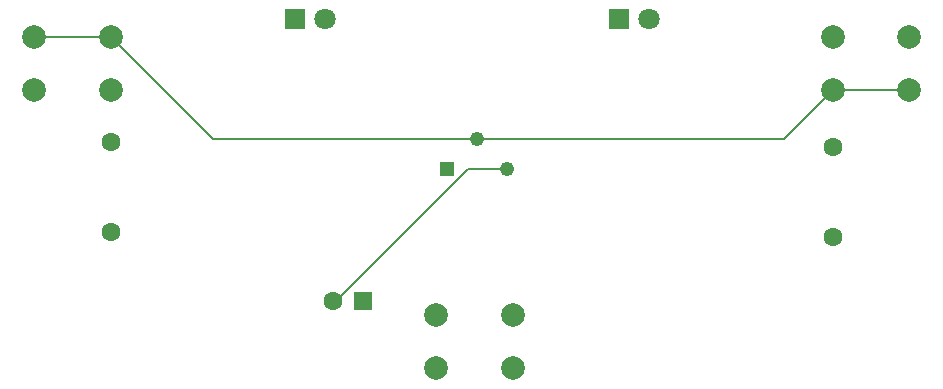
<source format=gbr>
%TF.GenerationSoftware,KiCad,Pcbnew,9.0.2*%
%TF.CreationDate,2025-06-30T00:25:28+07:00*%
%TF.ProjectId,PCB art,50434220-6172-4742-9e6b-696361645f70,rev?*%
%TF.SameCoordinates,Original*%
%TF.FileFunction,Copper,L1,Top*%
%TF.FilePolarity,Positive*%
%FSLAX46Y46*%
G04 Gerber Fmt 4.6, Leading zero omitted, Abs format (unit mm)*
G04 Created by KiCad (PCBNEW 9.0.2) date 2025-06-30 00:25:28*
%MOMM*%
%LPD*%
G01*
G04 APERTURE LIST*
G04 Aperture macros list*
%AMRoundRect*
0 Rectangle with rounded corners*
0 $1 Rounding radius*
0 $2 $3 $4 $5 $6 $7 $8 $9 X,Y pos of 4 corners*
0 Add a 4 corners polygon primitive as box body*
4,1,4,$2,$3,$4,$5,$6,$7,$8,$9,$2,$3,0*
0 Add four circle primitives for the rounded corners*
1,1,$1+$1,$2,$3*
1,1,$1+$1,$4,$5*
1,1,$1+$1,$6,$7*
1,1,$1+$1,$8,$9*
0 Add four rect primitives between the rounded corners*
20,1,$1+$1,$2,$3,$4,$5,0*
20,1,$1+$1,$4,$5,$6,$7,0*
20,1,$1+$1,$6,$7,$8,$9,0*
20,1,$1+$1,$8,$9,$2,$3,0*%
G04 Aperture macros list end*
%TA.AperFunction,ComponentPad*%
%ADD10R,1.800000X1.800000*%
%TD*%
%TA.AperFunction,ComponentPad*%
%ADD11C,1.800000*%
%TD*%
%TA.AperFunction,ComponentPad*%
%ADD12C,2.000000*%
%TD*%
%TA.AperFunction,ComponentPad*%
%ADD13R,1.222000X1.222000*%
%TD*%
%TA.AperFunction,ComponentPad*%
%ADD14C,1.222000*%
%TD*%
%TA.AperFunction,ComponentPad*%
%ADD15C,1.600000*%
%TD*%
%TA.AperFunction,ComponentPad*%
%ADD16RoundRect,0.250000X0.550000X0.550000X-0.550000X0.550000X-0.550000X-0.550000X0.550000X-0.550000X0*%
%TD*%
%TA.AperFunction,Conductor*%
%ADD17C,0.200000*%
%TD*%
G04 APERTURE END LIST*
D10*
%TO.P,^,1,K*%
%TO.N,Net-(BT1--)*%
X164237701Y-95789277D03*
D11*
%TO.P,^,2,A*%
%TO.N,Net-(D2-A)*%
X166777701Y-95789277D03*
%TD*%
D12*
%TO.P,L,1,1*%
%TO.N,Net-(BT1-+)*%
X114763301Y-97289277D03*
X121263301Y-97289277D03*
%TO.P,L,2,2*%
%TO.N,Net-(R1-Pad2)*%
X114763301Y-101789277D03*
X121263301Y-101789277D03*
%TD*%
%TO.P,R,1,1*%
%TO.N,Net-(R2-Pad1)*%
X182347301Y-97289277D03*
X188847301Y-97289277D03*
%TO.P,R,2,2*%
%TO.N,Net-(BT1-+)*%
X182347301Y-101789277D03*
X188847301Y-101789277D03*
%TD*%
D13*
%TO.P,<>,1*%
%TO.N,Net-(BT1-+)*%
X149723301Y-108432477D03*
D14*
%TO.P,<>,2*%
X152263301Y-105892477D03*
%TO.P,<>,3*%
%TO.N,Net-(BT1--)*%
X154803301Y-108432477D03*
%TD*%
D10*
%TO.P,^,1,K*%
%TO.N,Net-(BT1--)*%
X136856501Y-95789277D03*
D11*
%TO.P,^,2,A*%
%TO.N,Net-(D1-A)*%
X139396501Y-95789277D03*
%TD*%
D12*
%TO.P,|

,1,1*%
%TO.N,Net-(BT1-+)*%
X148763301Y-120797677D03*
X155263301Y-120797677D03*
%TO.P,|

,2,2*%
%TO.N,Net-(M1-+)*%
X148763301Y-125297677D03*
X155263301Y-125297677D03*
%TD*%
D15*
%TO.P,R2,1*%
%TO.N,Net-(R2-Pad1)*%
X182348701Y-106603677D03*
%TO.P,R2,2*%
%TO.N,Net-(D2-A)*%
X182348701Y-114223677D03*
%TD*%
D16*
%TO.P,C1,1*%
%TO.N,Net-(M1-+)*%
X142583614Y-119659277D03*
D15*
%TO.P,C1,2*%
%TO.N,Net-(BT1--)*%
X140083614Y-119659277D03*
%TD*%
%TO.P,R1,1*%
%TO.N,Net-(D1-A)*%
X121236301Y-113766477D03*
%TO.P,R1,2*%
%TO.N,Net-(R1-Pad2)*%
X121236301Y-106146477D03*
%TD*%
D17*
%TO.N,Net-(BT1-+)*%
X129866501Y-105892477D02*
X152263301Y-105892477D01*
X182347301Y-101789277D02*
X182311701Y-101789277D01*
X182347301Y-101789277D02*
X178244101Y-105892477D01*
X178244101Y-105892477D02*
X152263301Y-105892477D01*
X121263301Y-97289277D02*
X129866501Y-105892477D01*
X188847301Y-101789277D02*
X182347301Y-101789277D01*
X114763301Y-97289277D02*
X121263301Y-97289277D01*
%TO.N,Net-(BT1--)*%
X140083614Y-119659277D02*
X140272101Y-119659277D01*
X140272101Y-119659277D02*
X151498901Y-108432477D01*
X151498901Y-108432477D02*
X154803301Y-108432477D01*
%TD*%
M02*

</source>
